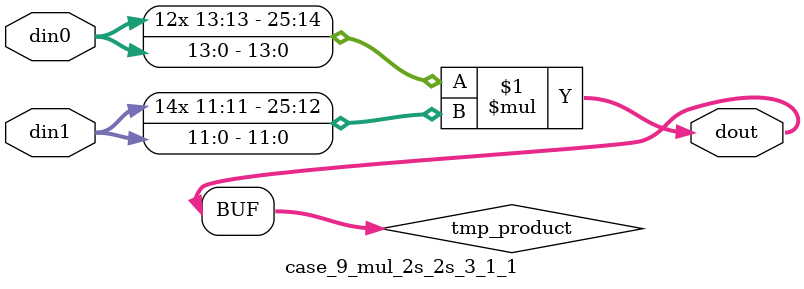
<source format=v>

`timescale 1 ns / 1 ps

 module case_9_mul_2s_2s_3_1_1(din0, din1, dout);
parameter ID = 1;
parameter NUM_STAGE = 0;
parameter din0_WIDTH = 14;
parameter din1_WIDTH = 12;
parameter dout_WIDTH = 26;

input [din0_WIDTH - 1 : 0] din0; 
input [din1_WIDTH - 1 : 0] din1; 
output [dout_WIDTH - 1 : 0] dout;

wire signed [dout_WIDTH - 1 : 0] tmp_product;



























assign tmp_product = $signed(din0) * $signed(din1);








assign dout = tmp_product;





















endmodule

</source>
